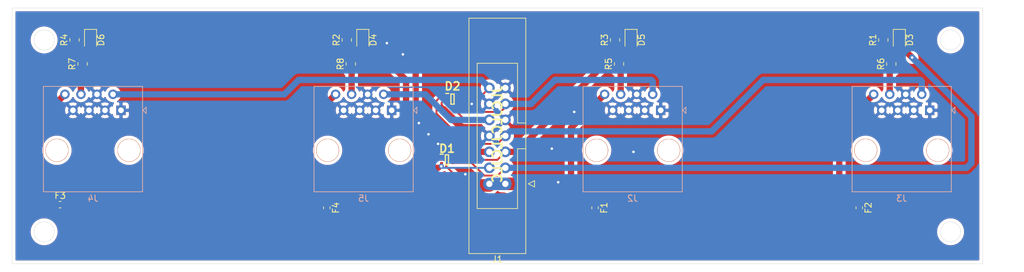
<source format=kicad_pcb>
(kicad_pcb (version 20211014) (generator pcbnew)
  (layers (0 "F.Cu" signal) (31 "B.Cu" signal) (34 "B.Paste" user) (35 "F.Paste" user) (36 "B.SilkS" user "B.Silkscreen") (37 "F.SilkS" user "F.Silkscreen") (38 "B.Mask" user) (39 "F.Mask" user) (44 "Edge.Cuts" user))
  (net 0 "")
  (net 1 "LED1")
  (net 2 "GND")
  (net 3 "LED3")
  (net 4 "LED2")
  (net 5 "LED4")
  (net 6 "SENSOR4")
  (net 7 "SENSOR2")
  (net 8 "SENSOR3")
  (net 9 "SENSOR1")
  (net 10 "Net-(D3-Pad1)")
  (net 11 "Net-(D4-Pad1)")
  (net 12 "Net-(D5-Pad1)")
  (net 13 "Net-(D6-Pad1)")
  (net 14 "Net-(F1-Pad1)")
  (net 15 "+5V")
  (net 16 "Net-(F2-Pad1)")
  (net 17 "Net-(F3-Pad1)")
  (net 18 "Net-(F4-Pad1)")
  (net 19 "Net-(J2-Pad6)")
  (net 20 "Net-(J3-Pad6)")
  (net 21 "Net-(J4-Pad6)")
  (net 22 "Net-(J5-Pad6)")
  (net 23 "Net-(D2-Pad5)")
  (footprint "LED_SMD:LED_0805_2012Metric" (layer "F.Cu") (at 201.93 113.03 -90)
    (fp_text reference "D3" (at 0 -1.65 90) (layer "F.SilkS"))
    (fp_text value "LED")
    (fp_line (start -1.685 -0.96) (end -1.685 0.96) (layer "F.SilkS") (width 0.12))
    (fp_line (start -1.685 0.96) (end 1 0.96) (layer "F.SilkS") (width 0.12))
    (fp_line (start 1 -0.96) (end -1.685 -0.96) (layer "F.SilkS") (width 0.12))
    (pad "1" smd roundrect locked (at -0.9375 0 270) (size 0.975 1.4) (layers "F.Cu" "F.Paste" "F.Mask") (net 10 "Net-(D3-Pad1)"))
    (pad "2" smd roundrect locked (at 0.9375 0 270) (size 0.975 1.4) (layers "F.Cu" "F.Paste" "F.Mask") (net 1 "LED1"))
  )
  (footprint "LED_SMD:LED_0805_2012Metric" (layer "F.Cu") (at 116.84 113.03 -90)
    (fp_text reference "D4" (at 0 -1.65 90) (layer "F.SilkS"))
    (fp_text value "LED")
    (fp_line (start -1.685 -0.96) (end -1.685 0.96) (layer "F.SilkS") (width 0.12))
    (fp_line (start 1 -0.96) (end -1.685 -0.96) (layer "F.SilkS") (width 0.12))
    (fp_line (start -1.685 0.96) (end 1 0.96) (layer "F.SilkS") (width 0.12))
    (pad "1" smd roundrect locked (at -0.9375 0 270) (size 0.975 1.4) (layers "F.Cu" "F.Paste" "F.Mask") (net 11 "Net-(D4-Pad1)"))
    (pad "2" smd roundrect locked (at 0.9375 0 270) (size 0.975 1.4) (layers "F.Cu" "F.Paste" "F.Mask") (net 3 "LED3"))
  )
  (footprint "LED_SMD:LED_0805_2012Metric" (layer "F.Cu") (at 159.385 113.03 -90)
    (fp_text reference "D5" (at 0 -1.65 90) (layer "F.SilkS"))
    (fp_text value "LED")
    (fp_line (start -1.685 0.96) (end 1 0.96) (layer "F.SilkS") (width 0.12))
    (fp_line (start -1.685 -0.96) (end -1.685 0.96) (layer "F.SilkS") (width 0.12))
    (fp_line (start 1 -0.96) (end -1.685 -0.96) (layer "F.SilkS") (width 0.12))
    (pad "1" smd roundrect locked (at -0.9375 0 270) (size 0.975 1.4) (layers "F.Cu" "F.Paste" "F.Mask") (net 12 "Net-(D5-Pad1)"))
    (pad "2" smd roundrect locked (at 0.9375 0 270) (size 0.975 1.4) (layers "F.Cu" "F.Paste" "F.Mask") (net 4 "LED2"))
  )
  (footprint "LED_SMD:LED_0805_2012Metric" (layer "F.Cu") (at 73.66 113.03 -90)
    (fp_text reference "D6" (at 0 -1.65 90) (layer "F.SilkS"))
    (fp_text value "LED")
    (fp_line (start -1.685 0.96) (end 1 0.96) (layer "F.SilkS") (width 0.12))
    (fp_line (start -1.685 -0.96) (end -1.685 0.96) (layer "F.SilkS") (width 0.12))
    (fp_line (start 1 -0.96) (end -1.685 -0.96) (layer "F.SilkS") (width 0.12))
    (pad "1" smd roundrect locked (at -0.9375 0 270) (size 0.975 1.4) (layers "F.Cu" "F.Paste" "F.Mask") (net 13 "Net-(D6-Pad1)"))
    (pad "2" smd roundrect locked (at 0.9375 0 270) (size 0.975 1.4) (layers "F.Cu" "F.Paste" "F.Mask") (net 5 "LED4"))
  )
  (footprint "Fuse:Fuse_0603_1608Metric_Pad1.05x0.95mm_HandSolder" (layer "F.Cu") (at 153.67 139.7 -90)
    (fp_text reference "F1" (at 0 -1.43 90) (layer "F.SilkS"))
    (fp_text value "120mA")
    (fp_line (start -0.171267 -0.51) (end 0.171267 -0.51) (layer "F.SilkS") (width 0.12))
    (fp_line (start -0.171267 0.51) (end 0.171267 0.51) (layer "F.SilkS") (width 0.12))
    (pad "1" smd roundrect locked (at -0.875 0 270) (size 1.05 0.95) (layers "F.Cu" "F.Paste" "F.Mask") (net 14 "Net-(F1-Pad1)"))
    (pad "2" smd roundrect locked (at 0.875 0 270) (size 1.05 0.95) (layers "F.Cu" "F.Paste" "F.Mask") (net 15 "+5V"))
  )
  (footprint "Fuse:Fuse_0603_1608Metric_Pad1.05x0.95mm_HandSolder" (layer "F.Cu") (at 195.58 139.7 -90)
    (fp_text reference "F2" (at 0 -1.43 90) (layer "F.SilkS"))
    (fp_text value "120mA")
    (fp_line (start -0.171267 -0.51) (end 0.171267 -0.51) (layer "F.SilkS") (width 0.12))
    (fp_line (start -0.171267 0.51) (end 0.171267 0.51) (layer "F.SilkS") (width 0.12))
    (pad "1" smd roundrect locked (at -0.875 0 270) (size 1.05 0.95) (layers "F.Cu" "F.Paste" "F.Mask") (net 16 "Net-(F2-Pad1)"))
    (pad "2" smd roundrect locked (at 0.875 0 270) (size 1.05 0.95) (layers "F.Cu" "F.Paste" "F.Mask") (net 15 "+5V"))
  )
  (footprint "Fuse:Fuse_0603_1608Metric_Pad1.05x0.95mm_HandSolder" (layer "F.Cu") (at 68.834 139.192)
    (fp_text reference "F3" (at 0 -1.43) (layer "F.SilkS"))
    (fp_text value "120mA")
    (fp_line (start -0.171267 -0.51) (end 0.171267 -0.51) (layer "F.SilkS") (width 0.12))
    (fp_line (start -0.171267 0.51) (end 0.171267 0.51) (layer "F.SilkS") (width 0.12))
    (pad "1" smd roundrect locked (at -0.875 0) (size 1.05 0.95) (layers "F.Cu" "F.Paste" "F.Mask") (net 17 "Net-(F3-Pad1)"))
    (pad "2" smd roundrect locked (at 0.875 0) (size 1.05 0.95) (layers "F.Cu" "F.Paste" "F.Mask") (net 15 "+5V"))
  )
  (footprint "Fuse:Fuse_0603_1608Metric_Pad1.05x0.95mm_HandSolder" (layer "F.Cu") (at 111.125 139.7 -90)
    (fp_text reference "F4" (at 0 -1.43 90) (layer "F.SilkS"))
    (fp_text value "120mA")
    (fp_line (start -0.171267 -0.51) (end 0.171267 -0.51) (layer "F.SilkS") (width 0.12))
    (fp_line (start -0.171267 0.51) (end 0.171267 0.51) (layer "F.SilkS") (width 0.12))
    (pad "1" smd roundrect locked (at -0.875 0 270) (size 1.05 0.95) (layers "F.Cu" "F.Paste" "F.Mask") (net 18 "Net-(F4-Pad1)"))
    (pad "2" smd roundrect locked (at 0.875 0 270) (size 1.05 0.95) (layers "F.Cu" "F.Paste" "F.Mask") (net 15 "+5V"))
  )
  (footprint "Connector_IDC:IDC-Header_2x07_P2.54mm_Latch_Vertical" (layer "F.Cu") (at 139.446 135.89 180)
    (fp_text reference "J1" (at 1.27 -11.97) (layer "F.SilkS"))
    (fp_text value "Conn_02x07_Odd_Even")
    (fp_line (start 4.47 19.16) (end -1.93 19.16) (layer "F.SilkS") (width 0.12))
    (fp_line (start -1.93 19.16) (end -1.93 9.67) (layer "F.SilkS") (width 0.12))
    (fp_line (start -3.24 5.57) (end -1.93 5.57) (layer "F.SilkS") (width 0.12))
    (fp_line (start -1.93 5.57) (end -1.93 -3.92) (layer "F.SilkS") (width 0.12))
    (fp_line (start 5.78 -11.08) (end 5.78 26.32) (layer "F.SilkS") (width 0.12))
    (fp_line (start -3.63 0) (end -4.63 -0.5) (layer "F.SilkS") (width 0.12))
    (fp_line (start -1.93 -3.92) (end 4.47 -3.92) (layer "F.SilkS") (width 0.12))
    (fp_line (start -1.93 9.67) (end -3.24 9.67) (layer "F.SilkS") (width 0.12))
    (fp_line (start -1.93 9.67) (end -1.93 9.67) (layer "F.SilkS") (width 0.12))
    (fp_line (start 5.78 26.32) (end -3.24 26.32) (layer "F.SilkS") (width 0.12))
    (fp_line (start -3.24 -11.08) (end 5.78 -11.08) (layer "F.SilkS") (width 0.12))
    (fp_line (start 4.47 -3.92) (end 4.47 19.16) (layer "F.SilkS") (width 0.12))
    (fp_line (start -4.63 -0.5) (end -4.63 0.5) (layer "F.SilkS") (width 0.12))
    (fp_line (start -3.24 26.32) (end -3.24 -11.08) (layer "F.SilkS") (width 0.12))
    (fp_line (start -4.63 0.5) (end -3.63 0) (layer "F.SilkS") (width 0.12))
    (pad "1" thru_hole roundrect locked (at 0 0 180) (size 1.7 1.7) (drill 1) (layers *.Cu *.Mask) (roundrect_rratio 0.147059) (net 15 "+5V"))
    (pad "2" thru_hole circle locked (at 2.54 0 180) (size 1.7 1.7) (drill 1) (layers *.Cu *.Mask) (net 15 "+5V"))
    (pad "3" thru_hole circle locked (at 0 2.54 180) (size 1.7 1.7) (drill 1) (layers *.Cu *.Mask) (net 1 "LED1"))
    (pad "4" thru_hole circle locked (at 2.54 2.54 180) (size 1.7 1.7) (drill 1) (layers *.Cu *.Mask) (net 3 "LED3"))
    (pad "5" thru_hole circle locked (at 0 5.08 180) (size 1.7 1.7) (drill 1) (layers *.Cu *.Mask) (net 4 "LED2"))
    (pad "6" thru_hole circle locked (at 2.54 5.08 180) (size 1.7 1.7) (drill 1) (layers *.Cu *.Mask) (net 5 "LED4"))
    (pad "7" thru_hole circle locked (at 0 7.62 180) (size 1.7 1.7) (drill 1) (layers *.Cu *.Mask) (net 9 "SENSOR1"))
    (pad "8" thru_hole circle locked (at 2.54 7.62 180) (size 1.7 1.7) (drill 1) (layers *.Cu *.Mask) (net 2 "GND"))
    (pad "9" thru_hole circle locked (at 0 10.16 180) (size 1.7 1.7) (drill 1) (layers *.Cu *.Mask) (net 2 "GND"))
    (pad "10" thru_hole circle locked (at 2.54 10.16 180) (size 1.7 1.7) (drill 1) (layers *.Cu *.Mask) (net 8 "SENSOR3"))
    (pad "11" thru_hole circle locked (at 0 12.7 180) (size 1.7 1.7) (drill 1) (layers *.Cu *.Mask) (net 7 "SENSOR2"))
    (pad "12" thru_hole circle locked (at 2.54 12.7 180) (size 1.7 1.7) (drill 1) (layers *.Cu *.Mask) (net 2 "GND"))
    (pad "13" thru_hole circle locked (at 0 15.24 180) (size 1.7 1.7) (drill 1) (layers *.Cu *.Mask) (net 2 "GND"))
    (pad "14" thru_hole circle locked (at 2.54 15.24 180) (size 1.7 1.7) (drill 1) (layers *.Cu *.Mask) (net 6 "SENSOR4"))
  )
  (footprint "Resistor_SMD:R_0805_2012Metric" (layer "F.Cu") (at 199.39 113.03 90)
    (fp_text reference "R1" (at 0 -1.65 90) (layer "F.SilkS"))
    (fp_text value "510")
    (fp_line (start -0.227064 -0.735) (end 0.227064 -0.735) (layer "F.SilkS") (width 0.12))
    (fp_line (start -0.227064 0.735) (end 0.227064 0.735) (layer "F.SilkS") (width 0.12))
    (pad "1" smd roundrect locked (at -0.9125 0 90) (size 1.025 1.4) (layers "F.Cu" "F.Paste" "F.Mask") (roundrect_rratio 0.243902) (net 2 "GND"))
    (pad "2" smd roundrect locked (at 0.9125 0 90) (size 1.025 1.4) (layers "F.Cu" "F.Paste" "F.Mask") (roundrect_rratio 0.243902) (net 10 "Net-(D3-Pad1)"))
  )
  (footprint "Resistor_SMD:R_0805_2012Metric" (layer "F.Cu") (at 114.3 113.03 90)
    (fp_text reference "R2" (at 0 -1.65 90) (layer "F.SilkS"))
    (fp_text value "510")
    (fp_line (start -0.227064 0.735) (end 0.227064 0.735) (layer "F.SilkS") (width 0.12))
    (fp_line (start -0.227064 -0.735) (end 0.227064 -0.735) (layer "F.SilkS") (width 0.12))
    (pad "1" smd roundrect locked (at -0.9125 0 90) (size 1.025 1.4) (layers "F.Cu" "F.Paste" "F.Mask") (roundrect_rratio 0.243902) (net 2 "GND"))
    (pad "2" smd roundrect locked (at 0.9125 0 90) (size 1.025 1.4) (layers "F.Cu" "F.Paste" "F.Mask") (roundrect_rratio 0.243902) (net 11 "Net-(D4-Pad1)"))
  )
  (footprint "Resistor_SMD:R_0805_2012Metric" (layer "F.Cu") (at 156.845 113.03 90)
    (fp_text reference "R3" (at 0 -1.65 90) (layer "F.SilkS"))
    (fp_text value "510")
    (fp_line (start -0.227064 0.735) (end 0.227064 0.735) (layer "F.SilkS") (width 0.12))
    (fp_line (start -0.227064 -0.735) (end 0.227064 -0.735) (layer "F.SilkS") (width 0.12))
    (pad "1" smd roundrect locked (at -0.9125 0 90) (size 1.025 1.4) (layers "F.Cu" "F.Paste" "F.Mask") (roundrect_rratio 0.243902) (net 2 "GND"))
    (pad "2" smd roundrect locked (at 0.9125 0 90) (size 1.025 1.4) (layers "F.Cu" "F.Paste" "F.Mask") (roundrect_rratio 0.243902) (net 12 "Net-(D5-Pad1)"))
  )
  (footprint "Resistor_SMD:R_0805_2012Metric" (layer "F.Cu") (at 71.12 113.03 90)
    (fp_text reference "R4" (at 0 -1.65 90) (layer "F.SilkS"))
    (fp_text value "510")
    (fp_line (start -0.227064 0.735) (end 0.227064 0.735) (layer "F.SilkS") (width 0.12))
    (fp_line (start -0.227064 -0.735) (end 0.227064 -0.735) (layer "F.SilkS") (width 0.12))
    (pad "1" smd roundrect locked (at -0.9125 0 90) (size 1.025 1.4) (layers "F.Cu" "F.Paste" "F.Mask") (roundrect_rratio 0.243902) (net 2 "GND"))
    (pad "2" smd roundrect locked (at 0.9125 0 90) (size 1.025 1.4) (layers "F.Cu" "F.Paste" "F.Mask") (roundrect_rratio 0.243902) (net 13 "Net-(D6-Pad1)"))
  )
  (footprint "Resistor_SMD:R_0805_2012Metric" (layer "F.Cu") (at 157.48 116.84 90)
    (fp_text reference "R5" (at 0 -1.65 90) (layer "F.SilkS"))
    (fp_text value "510")
    (fp_line (start -0.227064 -0.735) (end 0.227064 -0.735) (layer "F.SilkS") (width 0.12))
    (fp_line (start -0.227064 0.735) (end 0.227064 0.735) (layer "F.SilkS") (width 0.12))
    (pad "1" smd roundrect locked (at -0.9125 0 90) (size 1.025 1.4) (layers "F.Cu" "F.Paste" "F.Mask") (roundrect_rratio 0.243902) (net 19 "Net-(J2-Pad6)"))
    (pad "2" smd roundrect locked (at 0.9125 0 90) (size 1.025 1.4) (layers "F.Cu" "F.Paste" "F.Mask") (roundrect_rratio 0.243902) (net 4 "LED2"))
  )
  (footprint "Resistor_SMD:R_0805_2012Metric" (layer "F.Cu") (at 200.66 116.84 90)
    (fp_text reference "R6" (at 0 -1.65 90) (layer "F.SilkS"))
    (fp_text value "510")
    (fp_line (start -0.227064 -0.735) (end 0.227064 -0.735) (layer "F.SilkS") (width 0.12))
    (fp_line (start -0.227064 0.735) (end 0.227064 0.735) (layer "F.SilkS") (width 0.12))
    (pad "1" smd roundrect locked (at -0.9125 0 90) (size 1.025 1.4) (layers "F.Cu" "F.Paste" "F.Mask") (roundrect_rratio 0.243902) (net 20 "Net-(J3-Pad6)"))
    (pad "2" smd roundrect locked (at 0.9125 0 90) (size 1.025 1.4) (layers "F.Cu" "F.Paste" "F.Mask") (roundrect_rratio 0.243902) (net 1 "LED1"))
  )
  (footprint "Resistor_SMD:R_0805_2012Metric" (layer "F.Cu") (at 72.39 116.84 90)
    (fp_text reference "R7" (at 0 -1.65 90) (layer "F.SilkS"))
    (fp_text value "510")
    (fp_line (start -0.227064 -0.735) (end 0.227064 -0.735) (layer "F.SilkS") (width 0.12))
    (fp_line (start -0.227064 0.735) (end 0.227064 0.735) (layer "F.SilkS") (width 0.12))
    (pad "1" smd roundrect locked (at -0.9125 0 90) (size 1.025 1.4) (layers "F.Cu" "F.Paste" "F.Mask") (roundrect_rratio 0.243902) (net 21 "Net-(J4-Pad6)"))
    (pad "2" smd roundrect locked (at 0.9125 0 90) (size 1.025 1.4) (layers "F.Cu" "F.Paste" "F.Mask") (roundrect_rratio 0.243902) (net 5 "LED4"))
  )
  (footprint "Resistor_SMD:R_0805_2012Metric" (layer "F.Cu") (at 114.935 116.84 90)
    (fp_text reference "R8" (at 0 -1.65 90) (layer "F.SilkS"))
    (fp_text value "510")
    (fp_line (start -0.227064 -0.735) (end 0.227064 -0.735) (layer "F.SilkS") (width 0.12))
    (fp_line (start -0.227064 0.735) (end 0.227064 0.735) (layer "F.SilkS") (width 0.12))
    (pad "1" smd roundrect locked (at -0.9125 0 90) (size 1.025 1.4) (layers "F.Cu" "F.Paste" "F.Mask") (roundrect_rratio 0.243902) (net 22 "Net-(J5-Pad6)"))
    (pad "2" smd roundrect locked (at 0.9125 0 90) (size 1.025 1.4) (layers "F.Cu" "F.Paste" "F.Mask") (roundrect_rratio 0.243902) (net 3 "LED3"))
  )
  (footprint "SOTFL50P160X60-6N" (layer "F.Cu") (at 130.175 132.08)
    (fp_text reference "D1" (at 0.019999 -1.787001) (layer "F.SilkS") (effects (font (size 1.27 1.27) (thickness 0.254))))
    (fp_text value "PESD5V0L5UV,115" hide)
    (fp_line (start -0.25 0.8) (end -0.25 -0.8) (layer "F.SilkS") (width 0.2))
    (fp_line (start 0.25 0.8) (end -0.25 0.8) (layer "F.SilkS") (width 0.2))
    (fp_line (start -0.25 -0.8) (end 0.25 -0.8) (layer "F.SilkS") (width 0.2))
    (fp_line (start -1.075 -0.9) (end -0.6 -0.9) (layer "F.SilkS") (width 0.2))
    (fp_line (start 0.25 -0.8) (end 0.25 0.8) (layer "F.SilkS") (width 0.2))
    (pad "1" smd rect locked (at -0.838 -0.5 90) (size 0.3 0.475) (layers "F.Cu" "F.Paste" "F.Mask") (net 5 "LED4"))
    (pad "2" smd rect locked (at -0.838 0 90) (size 0.3 0.475) (layers "F.Cu" "F.Paste" "F.Mask") (net 2 "GND"))
    (pad "3" smd rect locked (at -0.838 0.5 90) (size 0.3 0.475) (layers "F.Cu" "F.Paste" "F.Mask") (net 3 "LED3"))
    (pad "4" smd rect locked (at 0.838 0.5 90) (size 0.3 0.475) (layers "F.Cu" "F.Paste" "F.Mask") (net 1 "LED1"))
    (pad "5" smd rect locked (at 0.838 0 90) (size 0.3 0.475) (layers "F.Cu" "F.Paste" "F.Mask") (net 4 "LED2"))
    (pad "6" smd rect locked (at 0.838 -0.5 90) (size 0.3 0.475) (layers "F.Cu" "F.Paste" "F.Mask") (net 15 "+5V"))
  )
  (footprint "SOTFL50P160X60-6N" (layer "F.Cu") (at 131.064 122.428)
    (fp_text reference "D2" (at 0 -2.041001) (layer "F.SilkS") (effects (font (size 1.27 1.27) (thickness 0.254))))
    (fp_text value "PESD5V0L5UV,115" hide)
    (fp_line (start -0.25 -0.8) (end 0.25 -0.8) (layer "F.SilkS") (width 0.2))
    (fp_line (start -1.075 -0.9) (end -0.6 -0.9) (layer "F.SilkS") (width 0.2))
    (fp_line (start 0.25 -0.8) (end 0.25 0.8) (layer "F.SilkS") (width 0.2))
    (fp_line (start 0.25 0.8) (end -0.25 0.8) (layer "F.SilkS") (width 0.2))
    (fp_line (start -0.25 0.8) (end -0.25 -0.8) (layer "F.SilkS") (width 0.2))
    (pad "1" smd rect locked (at -0.838 -0.5 90) (size 0.3 0.475) (layers "F.Cu" "F.Paste" "F.Mask") (net 9 "SENSOR1"))
    (pad "2" smd rect locked (at -0.838 0 90) (size 0.3 0.475) (layers "F.Cu" "F.Paste" "F.Mask") (net 2 "GND"))
    (pad "3" smd rect locked (at -0.838 0.5 90) (size 0.3 0.475) (layers "F.Cu" "F.Paste" "F.Mask") (net 8 "SENSOR3"))
    (pad "4" smd rect locked (at 0.838 0.5 90) (size 0.3 0.475) (layers "F.Cu" "F.Paste" "F.Mask") (net 7 "SENSOR2"))
    (pad "5" smd rect locked (at 0.838 0 90) (size 0.3 0.475) (layers "F.Cu" "F.Paste" "F.Mask") (net 23 "Net-(D2-Pad5)"))
    (pad "6" smd rect locked (at 0.838 -0.5 90) (size 0.3 0.475) (layers "F.Cu" "F.Paste" "F.Mask") (net 6 "SENSOR4"))
  )
  (footprint "Connector_RJ:RJ45_OST_PJ012-8P8CX_Vertical" (layer "B.Cu") (at 164.084 124.206 180)
    (fp_text reference "J2" (at 4.45 -14) (layer "B.SilkS") (effects (justify mirror)))
    (fp_text value "RJ45")
    (fp_line (start 12.31 -12.95) (end -3.42 -12.95) (layer "B.SilkS") (width 0.12))
    (fp_line (start -3.5 0) (end -4 0.5) (layer "B.SilkS") (width 0.12))
    (fp_line (start 12.31 3.79) (end 12.31 -12.95) (layer "B.SilkS") (width 0.12))
    (fp_line (start -4 -0.5) (end -3.5 0) (layer "B.SilkS") (width 0.12))
    (fp_line (start -3.42 3.79) (end -3.42 -12.95) (layer "B.SilkS") (width 0.12))
    (fp_line (start 12.3 3.79) (end -3.42 3.79) (layer "B.SilkS") (width 0.12))
    (fp_line (start -4 0.5) (end -4 -0.5) (layer "B.SilkS") (width 0.12))
    (pad "" np_thru_hole circle locked (at -1.27 -6.35 180) (size 3.65 3.65) (drill 3.45) (layers *.Cu *.SilkS *.Mask))
    (pad "" np_thru_hole circle locked (at 10.16 -6.35 180) (size 3.65 3.65) (drill 3.45) (layers *.Cu *.SilkS *.Mask))
    (pad "1" thru_hole rect locked (at 0 0 180) (size 1.5 1.5) (drill 0.9) (layers *.Cu *.Mask) (net 2 "GND"))
    (pad "2" thru_hole circle locked (at 1.27 2.54 180) (size 1.5 1.5) (drill 0.9) (layers *.Cu *.Mask) (net 7 "SENSOR2"))
    (pad "3" thru_hole circle locked (at 2.54 0 180) (size 1.5 1.5) (drill 0.9) (layers *.Cu *.Mask) (net 2 "GND"))
    (pad "4" thru_hole circle locked (at 3.81 2.54 180) (size 1.5 1.5) (drill 0.9) (layers *.Cu *.Mask) (net 2 "GND"))
    (pad "5" thru_hole circle locked (at 5.08 0 180) (size 1.5 1.5) (drill 0.9) (layers *.Cu *.Mask) (net 2 "GND"))
    (pad "6" thru_hole circle locked (at 6.35 2.54 180) (size 1.5 1.5) (drill 0.9) (layers *.Cu *.Mask) (net 19 "Net-(J2-Pad6)"))
    (pad "7" thru_hole circle locked (at 7.62 0 180) (size 1.5 1.5) (drill 0.9) (layers *.Cu *.Mask) (net 2 "GND"))
    (pad "8" thru_hole circle locked (at 8.89 2.54 180) (size 1.5 1.5) (drill 0.9) (layers *.Cu *.Mask) (net 14 "Net-(F1-Pad1)"))
  )
  (footprint "Connector_RJ:RJ45_OST_PJ012-8P8CX_Vertical" (layer "B.Cu") (at 206.756 124.206 180)
    (fp_text reference "J3" (at 4.45 -14) (layer "B.SilkS") (effects (justify mirror)))
    (fp_text value "RJ45")
    (fp_line (start -4 0.5) (end -4 -0.5) (layer "B.SilkS") (width 0.12))
    (fp_line (start -3.5 0) (end -4 0.5) (layer "B.SilkS") (width 0.12))
    (fp_line (start 12.3 3.79) (end -3.42 3.79) (layer "B.SilkS") (width 0.12))
    (fp_line (start 12.31 3.79) (end 12.31 -12.95) (layer "B.SilkS") (width 0.12))
    (fp_line (start -4 -0.5) (end -3.5 0) (layer "B.SilkS") (width 0.12))
    (fp_line (start -3.42 3.79) (end -3.42 -12.95) (layer "B.SilkS") (width 0.12))
    (fp_line (start 12.31 -12.95) (end -3.42 -12.95) (layer "B.SilkS") (width 0.12))
    (pad "" np_thru_hole circle locked (at -1.27 -6.35 180) (size 3.65 3.65) (drill 3.45) (layers *.Cu *.SilkS *.Mask))
    (pad "" np_thru_hole circle locked (at 10.16 -6.35 180) (size 3.65 3.65) (drill 3.45) (layers *.Cu *.SilkS *.Mask))
    (pad "1" thru_hole rect locked (at 0 0 180) (size 1.5 1.5) (drill 0.9) (layers *.Cu *.Mask) (net 2 "GND"))
    (pad "2" thru_hole circle locked (at 1.27 2.54 180) (size 1.5 1.5) (drill 0.9) (layers *.Cu *.Mask) (net 9 "SENSOR1"))
    (pad "3" thru_hole circle locked (at 2.54 0 180) (size 1.5 1.5) (drill 0.9) (layers *.Cu *.Mask) (net 2 "GND"))
    (pad "4" thru_hole circle locked (at 3.81 2.54 180) (size 1.5 1.5) (drill 0.9) (layers *.Cu *.Mask) (net 2 "GND"))
    (pad "5" thru_hole circle locked (at 5.08 0 180) (size 1.5 1.5) (drill 0.9) (layers *.Cu *.Mask) (net 2 "GND"))
    (pad "6" thru_hole circle locked (at 6.35 2.54 180) (size 1.5 1.5) (drill 0.9) (layers *.Cu *.Mask) (net 20 "Net-(J3-Pad6)"))
    (pad "7" thru_hole circle locked (at 7.62 0 180) (size 1.5 1.5) (drill 0.9) (layers *.Cu *.Mask) (net 2 "GND"))
    (pad "8" thru_hole circle locked (at 8.89 2.54 180) (size 1.5 1.5) (drill 0.9) (layers *.Cu *.Mask) (net 16 "Net-(F2-Pad1)"))
  )
  (footprint "Connector_RJ:RJ45_OST_PJ012-8P8CX_Vertical" (layer "B.Cu") (at 78.486 124.206 180)
    (fp_text reference "J4" (at 4.45 -14) (layer "B.SilkS") (effects (justify mirror)))
    (fp_text value "RJ45")
    (fp_line (start 12.3 3.79) (end -3.42 3.79) (layer "B.SilkS") (width 0.12))
    (fp_line (start 12.31 3.79) (end 12.31 -12.95) (layer "B.SilkS") (width 0.12))
    (fp_line (start 12.31 -12.95) (end -3.42 -12.95) (layer "B.SilkS") (width 0.12))
    (fp_line (start -3.5 0) (end -4 0.5) (layer "B.SilkS") (width 0.12))
    (fp_line (start -4 -0.5) (end -3.5 0) (layer "B.SilkS") (width 0.12))
    (fp_line (start -3.42 3.79) (end -3.42 -12.95) (layer "B.SilkS") (width 0.12))
    (fp_line (start -4 0.5) (end -4 -0.5) (layer "B.SilkS") (width 0.12))
    (pad "" np_thru_hole circle locked (at 10.16 -6.35 180) (size 3.65 3.65) (drill 3.45) (layers *.Cu *.SilkS *.Mask))
    (pad "" np_thru_hole circle locked (at -1.27 -6.35 180) (size 3.65 3.65) (drill 3.45) (layers *.Cu *.SilkS *.Mask))
    (pad "1" thru_hole rect locked (at 0 0 180) (size 1.5 1.5) (drill 0.9) (layers *.Cu *.Mask) (net 2 "GND"))
    (pad "2" thru_hole circle locked (at 1.27 2.54 180) (size 1.5 1.5) (drill 0.9) (layers *.Cu *.Mask) (net 6 "SENSOR4"))
    (pad "3" thru_hole circle locked (at 2.54 0 180) (size 1.5 1.5) (drill 0.9) (layers *.Cu *.Mask) (net 2 "GND"))
    (pad "4" thru_hole circle locked (at 3.81 2.54 180) (size 1.5 1.5) (drill 0.9) (layers *.Cu *.Mask) (net 2 "GND"))
    (pad "5" thru_hole circle locked (at 5.08 0 180) (size 1.5 1.5) (drill 0.9) (layers *.Cu *.Mask) (net 2 "GND"))
    (pad "6" thru_hole circle locked (at 6.35 2.54 180) (size 1.5 1.5) (drill 0.9) (layers *.Cu *.Mask) (net 21 "Net-(J4-Pad6)"))
    (pad "7" thru_hole circle locked (at 7.62 0 180) (size 1.5 1.5) (drill 0.9) (layers *.Cu *.Mask) (net 2 "GND"))
    (pad "8" thru_hole circle locked (at 8.89 2.54 180) (size 1.5 1.5) (drill 0.9) (layers *.Cu *.Mask) (net 17 "Net-(F3-Pad1)"))
  )
  (footprint "Connector_RJ:RJ45_OST_PJ012-8P8CX_Vertical" (layer "B.Cu") (at 121.412 124.206 180)
    (fp_text reference "J5" (at 4.45 -14) (layer "B.SilkS") (effects (justify mirror)))
    (fp_text value "RJ45")
    (fp_line (start 12.31 -12.95) (end -3.42 -12.95) (layer "B.SilkS") (width 0.12))
    (fp_line (start 12.31 3.79) (end 12.31 -12.95) (layer "B.SilkS") (width 0.12))
    (fp_line (start -3.42 3.79) (end -3.42 -12.95) (layer "B.SilkS") (width 0.12))
    (fp_line (start 12.3 3.79) (end -3.42 3.79) (layer "B.SilkS") (width 0.12))
    (fp_line (start -4 0.5) (end -4 -0.5) (layer "B.SilkS") (width 0.12))
    (fp_line (start -4 -0.5) (end -3.5 0) (layer "B.SilkS") (width 0.12))
    (fp_line (start -3.5 0) (end -4 0.5) (layer "B.SilkS") (width 0.12))
    (pad "" np_thru_hole circle locked (at 10.16 -6.35 180) (size 3.65 3.65) (drill 3.45) (layers *.Cu *.SilkS *.Mask))
    (pad "" np_thru_hole circle locked (at -1.27 -6.35 180) (size 3.65 3.65) (drill 3.45) (layers *.Cu *.SilkS *.Mask))
    (pad "1" thru_hole rect locked (at 0 0 180) (size 1.5 1.5) (drill 0.9) (layers *.Cu *.Mask) (net 2 "GND"))
    (pad "2" thru_hole circle locked (at 1.27 2.54 180) (size 1.5 1.5) (drill 0.9) (layers *.Cu *.Mask) (net 8 "SENSOR3"))
    (pad "3" thru_hole circle locked (at 2.54 0 180) (size 1.5 1.5) (drill 0.9) (layers *.Cu *.Mask) (net 2 "GND"))
    (pad "4" thru_hole circle locked (at 3.81 2.54 180) (size 1.5 1.5) (drill 0.9) (layers *.Cu *.Mask) (net 2 "GND"))
    (pad "5" thru_hole circle locked (at 5.08 0 180) (size 1.5 1.5) (drill 0.9) (layers *.Cu *.Mask) (net 2 "GND"))
    (pad "6" thru_hole circle locked (at 6.35 2.54 180) (size 1.5 1.5) (drill 0.9) (layers *.Cu *.Mask) (net 22 "Net-(J5-Pad6)"))
    (pad "7" thru_hole circle locked (at 7.62 0 180) (size 1.5 1.5) (drill 0.9) (layers *.Cu *.Mask) (net 2 "GND"))
    (pad "8" thru_hole circle locked (at 8.89 2.54 180) (size 1.5 1.5) (drill 0.9) (layers *.Cu *.Mask) (net 18 "Net-(F4-Pad1)"))
  )
  (gr_line (start 146.05 107.95) (end 61.214 107.95) (layer "Edge.Cuts") (width 0.05))
  (gr_line (start 146.05 148.59) (end 215.138 148.59) (layer "Edge.Cuts") (width 0.05))
  (gr_line (start 146.05 148.59) (end 61.214 148.59) (layer "Edge.Cuts") (width 0.05))
  (gr_line (start 215.138 107.95) (end 215.138 148.59) (layer "Edge.Cuts") (width 0.05))
  (gr_circle (center 66.294 113.03) (end 67.894 113.03) (layer "Edge.Cuts") (width 0.05) (fill none))
  (gr_circle (center 66.294 143.51) (end 67.894 143.51) (layer "Edge.Cuts") (width 0.05) (fill none))
  (gr_line (start 61.214 107.95) (end 61.214 148.59) (layer "Edge.Cuts") (width 0.05))
  (gr_circle (center 210.058 113.03) (end 211.658 113.03) (layer "Edge.Cuts") (width 0.05) (fill none))
  (gr_line (start 146.05 107.95) (end 215.138 107.95) (layer "Edge.Cuts") (width 0.05))
  (gr_circle (center 210.058 143.51) (end 211.658 143.51) (layer "Edge.Cuts") (width 0.05) (fill none))
  (gr_text "JLCJLCJLCJLC" (at 138.176 128.016 90) (layer "F.SilkS") (effects (font (size 1.5 1.5) (thickness 0.3)) (justify mirror)))
  (segment (start 136.101533 134.577533) (end 138.218467 134.577533) (width 0.3) (layer "F.Cu") (net 1))
  (segment (start 139.446 133.35) (end 139.446 133.604) (width 0.4) (layer "F.Cu") (net 1))
  (segment (start 139.446 133.35) (end 139.446 132.969) (width 0.4) (layer "F.Cu") (net 1))
  (segment (start 201.93 115.57) (end 201.93 113.9675) (width 1) (layer "F.Cu") (net 1))
  (segment (start 203.962 115.824) (end 202.1055 113.9675) (width 1) (layer "F.Cu") (net 1))
  (segment (start 200.66 115.9275) (end 201.5725 115.9275) (width 1) (layer "F.Cu") (net 1))
  (segment (start 131.013 132.58) (end 134.104 132.58) (width 0.3) (layer "F.Cu") (net 1))
  (segment (start 134.104 132.58) (end 136.101533 134.577533) (width 0.3) (layer "F.Cu") (net 1))
  (segment (start 201.5725 115.9275) (end 201.93 115.57) (width 1) (layer "F.Cu") (net 1))
  (segment (start 138.218467 134.577533) (end 139.446 133.35) (width 0.3) (layer "F.Cu") (net 1))
  (segment (start 202.1055 113.9675) (end 201.93 113.9675) (width 1) (layer "F.Cu") (net 1))
  (via (at 203.962 115.824) (size 0.8) (drill 0.4) (layers "F.Cu" "B.Cu") (net 1))
  (segment (start 212.598 133.35) (end 213.36 132.588) (width 1) (layer "B.Cu") (net 1))
  (segment (start 213.36 132.588) (end 213.36 125.222) (width 1) (layer "B.Cu") (net 1))
  (segment (start 139.446 133.35) (end 212.598 133.35) (width 1) (layer "B.Cu") (net 1))
  (segment (start 213.36 125.222) (end 203.962 115.824) (width 1) (layer "B.Cu") (net 1))
  (segment (start 130.81 122.428) (end 131.064 122.174) (width 0.25) (layer "F.Cu") (net 2))
  (segment (start 129.337 132.08) (end 128.778 132.08) (width 0.25) (layer "F.Cu") (net 2))
  (segment (start 130.226 122.428) (end 130.81 122.428) (width 0.25) (layer "F.Cu") (net 2))
  (segment (start 128.524 131.826) (end 128.524 129.794) (width 0.25) (layer "F.Cu") (net 2))
  (segment (start 128.778 132.08) (end 128.524 131.826) (width 0.25) (layer "F.Cu") (net 2))
  (segment (start 131.064 122.174) (end 131.064 120.142) (width 0.25) (layer "F.Cu") (net 2))
  (via (at 159.766 130.81) (size 0.8) (drill 0.4) (layers "F.Cu" "B.Cu") (net 2))
  (via (at 134.112 123.19) (size 0.8) (drill 0.4) (layers "F.Cu" "B.Cu") (net 2))
  (via (at 146.812 130.302) (size 0.8) (drill 0.4) (layers "F.Cu" "B.Cu") (net 2))
  (via (at 127.254 128.016) (size 0.8) (drill 0.4) (layers "F.Cu" "B.Cu") (net 2))
  (via (at 125.73 126.238) (size 0.8) (drill 0.4) (layers "F.Cu" "B.Cu") (net 2))
  (via (at 147.828 135.636) (size 0.8) (drill 0.4) (layers "F.Cu" "B.Cu") (net 2))
  (via (at 133.096 134.366) (size 0.8) (drill 0.4) (layers "F.Cu" "B.Cu") (net 2))
  (via (at 150.368 124.46) (size 0.8) (drill 0.4) (layers "F.Cu" "B.Cu") (net 2))
  (via (at 128.778 129.54) (size 0.8) (drill 0.4) (layers "F.Cu" "B.Cu") (net 2))
  (via (at 123.19 115.316) (size 0.8) (drill 0.4) (layers "F.Cu" "B.Cu") (net 2))
  (via (at 120.65 113.538) (size 0.8) (drill 0.4) (layers "F.Cu" "B.Cu") (net 2))
  (segment (start 115.8475 115.9275) (end 116.84 114.935) (width 1) (layer "F.Cu") (net 3))
  (segment (start 129.032 133.35) (end 129.286 133.096) (width 0.3) (layer "F.Cu") (net 3))
  (segment (start 127.508 130.81) (end 127.508 133.096) (width 1) (layer "F.Cu") (net 3))
  (segment (start 114.935 115.9275) (end 115.8475 115.9275) (width 1) (layer "F.Cu") (net 3))
  (segment (start 129.286 133.096) (end 129.286 132.631) (width 0.3) (layer "F.Cu") (net 3))
  (segment (start 123.698 119.38) (end 123.698 127) (width 1) (layer "F.Cu") (net 3))
  (segment (start 123.698 127) (end 127.508 130.81) (width 1) (layer "F.Cu") (net 3))
  (segment (start 127.508 133.096) (end 127.762 133.35) (width 1) (layer "F.Cu") (net 3))
  (segment (start 127.762 133.35) (end 128.778 133.35) (width 1) (layer "F.Cu") (net 3))
  (segment (start 128.778 133.35) (end 129.032 133.35) (width 0.3) (layer "F.Cu") (net 3))
  (segment (start 120.2455 115.9275) (end 123.698 119.38) (width 1) (layer "F.Cu") (net 3))
  (segment (start 115.8475 115.9275) (end 120.2455 115.9275) (width 1) (layer "F.Cu") (net 3))
  (segment (start 116.84 114.935) (end 116.84 113.9675) (width 1) (layer "F.Cu") (net 3))
  (segment (start 129.286 132.631) (end 129.337 132.58) (width 0.3) (layer "F.Cu") (net 3))
  (via (at 129.286 133.096) (size 0.8) (drill 0.4) (layers "F.Cu" "B.Cu") (net 3))
  (segment (start 129.286 133.096) (end 129.54 133.35) (width 0.3) (layer "B.Cu") (net 3))
  (segment (start 129.54 133.35) (end 136.906 133.35) (width 0.3) (layer "B.Cu") (net 3))
  (segment (start 158.3925 115.9275) (end 159.385 114.935) (width 1) (layer "F.Cu") (net 4))
  (segment (start 159.385 114.935) (end 159.385 113.9675) (width 1) (layer "F.Cu") (net 4))
  (segment (start 139.446 130.81) (end 141.224 130.81) (width 1) (layer "F.Cu") (net 4))
  (segment (start 131.013 132.08) (end 138.176 132.08) (width 0.3) (layer "F.Cu") (net 4))
  (segment (start 157.48 115.9275) (end 158.3925 115.9275) (width 1) (layer "F.Cu") (net 4))
  (segment (start 138.176 132.08) (end 139.446 130.81) (width 0.3) (layer "F.Cu") (net 4))
  (segment (start 141.224 130.81) (end 156.1065 115.9275) (width 1) (layer "F.Cu") (net 4))
  (segment (start 156.1065 115.9275) (end 157.48 115.9275) (width 1) (layer "F.Cu") (net 4))
  (segment (start 125.222 114.808) (end 120.396 109.982) (width 1) (layer "F.Cu") (net 5))
  (segment (start 132.334 130.81) (end 125.222 123.698) (width 1) (layer "F.Cu") (net 5))
  (segment (start 80.772 109.982) (end 76.7865 113.9675) (width 1) (layer "F.Cu") (net 5))
  (segment (start 72.6675 115.9275) (end 73.66 114.935) (width 1) (layer "F.Cu") (net 5))
  (segment (start 129.337 131.267) (end 129.794 130.81) (width 0.3) (layer "F.Cu") (net 5))
  (segment (start 129.794 130.81) (end 136.906 130.81) (width 0.3) (layer "F.Cu") (net 5))
  (segment (start 76.7865 113.9675) (end 73.66 113.9675) (width 1) (layer "F.Cu") (net 5))
  (segment (start 73.66 114.935) (end 73.66 113.9675) (width 1) (layer "F.Cu") (net 5))
  (segment (start 120.396 109.982) (end 80.772 109.982) (width 1) (layer "F.Cu") (net 5))
  (segment (start 129.337 131.58) (end 129.337 131.267) (width 0.3) (layer "F.Cu") (net 5))
  (segment (start 72.39 115.9275) (end 72.6675 115.9275) (width 1) (layer "F.Cu") (net 5))
  (segment (start 136.906 130.81) (end 132.334 130.81) (width 1) (layer "F.Cu") (net 5))
  (segment (start 125.222 123.698) (end 125.222 114.808) (width 1) (layer "F.Cu") (net 5))
  (segment (start 135.628 121.928) (end 136.906 120.65) (width 0.3) (layer "F.Cu") (net 6))
  (segment (start 131.902 121.928) (end 135.628 121.928) (width 0.3) (layer "F.Cu") (net 6))
  (segment (start 106.68 119.38) (end 135.636 119.38) (width 1) (layer "B.Cu") (net 6))
  (segment (start 77.216 121.666) (end 104.394 121.666) (width 1) (layer "B.Cu") (net 6))
  (segment (start 104.394 121.666) (end 106.68 119.38) (width 1) (layer "B.Cu") (net 6))
  (segment (start 135.636 119.38) (end 136.906 120.65) (width 1) (layer "B.Cu") (net 6))
  (segment (start 139.446 123.698) (end 138.684 124.46) (width 0.3) (layer "F.Cu") (net 7))
  (segment (start 139.446 123.19) (end 139.065 123.19) (width 0.4) (layer "F.Cu") (net 7))
  (segment (start 138.684 124.46) (end 133.434 124.46) (width 0.3) (layer "F.Cu") (net 7))
  (segment (start 139.446 123.19) (end 139.446 122.936) (width 0.5) (layer "F.Cu") (net 7))
  (segment (start 133.434 124.46) (end 131.902 122.928) (width 0.3) (layer "F.Cu") (net 7))
  (segment (start 139.446 123.19) (end 139.446 123.698) (width 0.3) (layer "F.Cu") (net 7))
  (segment (start 147.32 119.38) (end 143.51 123.19) (width 1) (layer "B.Cu") (net 7))
  (segment (start 162.814 121.666) (end 162.814 119.634) (width 1) (layer "B.Cu") (net 7))
  (segment (start 162.56 119.38) (end 147.32 119.38) (width 1) (layer "B.Cu") (net 7))
  (segment (start 143.51 123.19) (end 139.446 123.19) (width 1) (layer "B.Cu") (net 7))
  (segment (start 162.814 119.634) (end 162.56 119.38) (width 1) (layer "B.Cu") (net 7))
  (segment (start 136.906 125.73) (end 133.028 125.73) (width 0.3) (layer "F.Cu") (net 8))
  (segment (start 133.028 125.73) (end 130.226 122.928) (width 0.3) (layer "F.Cu") (net 8))
  (segment (start 136.906 125.73) (end 136.73 125.73) (width 0.5) (layer "F.Cu") (net 8))
  (segment (start 120.142 121.666) (end 126.746 121.666) (width 1) (layer "B.Cu") (net 8))
  (segment (start 126.746 121.666) (end 130.81 125.73) (width 1) (layer "B.Cu") (net 8))
  (segment (start 130.81 125.73) (end 136.906 125.73) (width 1) (layer "B.Cu") (net 8))
  (segment (start 138.176 129.54) (end 139.446 128.27) (width 0.3) (layer "F.Cu") (net 9))
  (segment (start 133.35 129.54) (end 138.176 129.54) (width 0.3) (layer "F.Cu") (net 9))
  (segment (start 128.524 122.682) (end 128.524 124.714) (width 0.3) (layer "F.Cu") (net 9))
  (segment (start 128.524 124.714) (end 133.35 129.54) (width 0.3) (layer "F.Cu") (net 9))
  (segment (start 129.278 121.928) (end 128.524 122.682) (width 0.3) (layer "F.Cu") (net 9))
  (segment (start 130.226 121.928) (end 129.278 121.928) (width 0.3) (layer "F.Cu") (net 9))
  (segment (start 172.172469 127.547531) (end 180.34 119.38) (width 1) (layer "B.Cu") (net 9))
  (segment (start 180.34 119.38) (end 205.232 119.38) (width 1) (layer "B.Cu") (net 9))
  (segment (start 140.168469 127.547531) (end 172.172469 127.547531) (width 1) (layer "B.Cu") (net 9))
  (segment (start 205.232 119.38) (end 205.486 119.634) (width 1) (layer "B.Cu") (net 9))
  (segment (start 205.486 119.634) (end 205.486 121.666) (width 1) (layer "B.Cu") (net 9))
  (segment (start 139.446 128.27) (end 140.168469 127.547531) (width 1) (layer "B.Cu") (net 9))
  (segment (start 201.93 112.0925) (end 199.415 112.0925) (width 1) (layer "F.Cu") (net 10))
  (segment (start 199.415 112.0925) (end 199.39 112.1175) (width 1) (layer "F.Cu") (net 10))
  (segment (start 116.84 112.0925) (end 114.325 112.0925) (width 1) (layer "F.Cu") (net 11))
  (segment (start 114.325 112.0925) (end 114.3 112.1175) (width 1) (layer "F.Cu") (net 11))
  (segment (start 156.87 112.0925) (end 156.845 112.1175) (width 1) (layer "F.Cu") (net 12))
  (segment (start 159.385 112.0925) (end 156.87 112.0925) (width 1) (layer "F.Cu") (net 12))
  (segment (start 73.66 112.0925) (end 71.145 112.0925) (width 1) (layer "F.Cu") (net 13))
  (segment (start 71.145 112.0925) (end 71.12 112.1175) (width 1) (layer "F.Cu") (net 13))
  (segment (start 149.86 127) (end 155.194 121.666) (width 1) (layer "F.Cu") (net 14))
  (segment (start 153.67 138.825) (end 151.525 138.825) (width 1) (layer "F.Cu") (net 14))
  (segment (start 151.525 138.825) (end 149.86 137.16) (width 1) (layer "F.Cu") (net 14))
  (segment (start 149.86 137.16) (end 149.86 127) (width 1) (layer "F.Cu") (net 14))
  (segment (start 139.954 135.89) (end 143.51 135.89) (width 2) (layer "F.Cu") (net 15))
  (segment (start 133.35 136.144) (end 133.096 136.144) (width 2) (layer "F.Cu") (net 15))
  (segment (start 130.048 132.08) (end 130.048 133.096) (width 0.3) (layer "F.Cu") (net 15))
  (segment (start 127.635 141.605) (end 72.517 141.605) (width 2) (layer "F.Cu") (net 15))
  (segment (start 148.59 140.97) (end 149.225 141.605) (width 2) (layer "F.Cu") (net 15))
  (segment (start 196.215 141.21) (end 195.58 140.575) (width 1) (layer "F.Cu") (net 15))
  (segment (start 130.048 133.096) (end 133.096 136.144) (width 0.3) (layer "F.Cu") (net 15))
  (segment (start 153.035 141.605) (end 153.035 141.21) (width 1) (layer "F.Cu") (net 15))
  (segment (start 111.125 141.365) (end 111.125 140.335) (width 1) (layer "F.Cu") (net 15))
  (segment (start 153.035 141.21) (end 153.67 140.575) (width 1) (layer "F.Cu") (net 15))
  (segment (start 143.51 135.89) (end 148.59 140.97) (width 2) (layer "F.Cu") (net 15))
  (segment (start 131.013 131.58) (end 130.548 131.58) (width 0.3) (layer "F.Cu") (net 15))
  (segment (start 149.225 141.605) (end 153.035 141.605) (width 2) (layer "F.Cu") (net 15))
  (segment (start 136.906 136.144) (end 133.35 136.144) (width 2) (layer "F.Cu") (net 15))
  (segment (start 72.517 141.605) (end 70.358 139.446) (width 2) (layer "F.Cu") (net 15))
  (segment (start 153.035 141.605) (end 196.215 141.605) (width 2) (layer "F.Cu") (net 15))
  (segment (start 196.215 141.605) (end 196.215 141.21) (width 1) (layer "F.Cu") (net 15))
  (segment (start 133.096 136.144) (end 127.635 141.605) (width 2) (layer "F.Cu") (net 15))
  (segment (start 130.548 131.58) (end 130.048 132.08) (width 0.3) (layer "F.Cu") (net 15))
  (segment (start 139.446 135.89) (end 136.906 135.89) (width 2) (layer "B.Cu") (net 15))
  (segment (start 192.405 127.127) (end 197.866 121.666) (width 1) (layer "F.Cu") (net 16))
  (segment (start 195.58 138.825) (end 194.705 138.825) (width 1) (layer "F.Cu") (net 16))
  (segment (start 192.405 136.525) (end 192.405 127.127) (width 1) (layer "F.Cu") (net 16))
  (segment (start 194.705 138.825) (end 192.405 136.525) (width 1) (layer "F.Cu") (net 16))
  (segment (start 64.135 127.127) (end 69.596 121.666) (width 1) (layer "F.Cu") (net 17))
  (segment (start 64.135 137.16) (end 64.135 127.127) (width 1) (layer "F.Cu") (net 17))
  (segment (start 66.04 139.065) (end 64.135 137.16) (width 1) (layer "F.Cu") (net 17))
  (segment (start 67.945 139.065) (end 66.04 139.065) (width 1) (layer "F.Cu") (net 17))
  (segment (start 111.125 138.825) (end 108.98 138.825) (width 1) (layer "F.Cu") (net 18))
  (segment (start 108.98 138.825) (end 107.315 137.16) (width 1) (layer "F.Cu") (net 18))
  (segment (start 107.315 126.873) (end 112.522 121.666) (width 1) (layer "F.Cu") (net 18))
  (segment (start 107.315 137.16) (end 107.315 126.873) (width 1) (layer "F.Cu") (net 18))
  (segment (start 157.734 121.666) (end 157.734 118.0065) (width 1) (layer "F.Cu") (net 19))
  (segment (start 157.734 118.0065) (end 157.48 117.7525) (width 1) (layer "F.Cu") (net 19))
  (segment (start 200.406 118.0065) (end 200.66 117.7525) (width 1) (layer "F.Cu") (net 20))
  (segment (start 200.406 121.666) (end 200.406 118.0065) (width 1) (layer "F.Cu") (net 20))
  (segment (start 72.136 121.666) (end 72.136 118.0065) (width 1) (layer "F.Cu") (net 21))
  (segment (start 72.136 118.0065) (end 72.39 117.7525) (width 1) (layer "F.Cu") (net 21))
  (segment (start 115.062 121.666) (end 115.062 117.8795) (width 1) (layer "F.Cu") (net 22))
  (segment (start 115.062 117.8795) (end 114.935 117.7525) (width 1) (layer "F.Cu") (net 22))
  (zone (net 2) (net_name "GND") (layer "F.Cu") (connect_pads (clearance 0.508)) (min_thickness 0.254) (fill yes (thermal_gap 0.508) (thermal_bridge_width 0.508))
    (polygon (pts (xy 215.9 149.86) (xy 60.96 149.86) (xy 60.96 106.68) (xy 215.9 106.68)))
  )
  (zone (net 2) (net_name "GND") (layer "B.Cu") (connect_pads (clearance 0.508)) (min_thickness 0.254) (fill yes (thermal_gap 0.508) (thermal_bridge_width 0.508))
    (polygon (pts (xy 215.9 149.86) (xy 60.96 149.86) (xy 60.96 106.68) (xy 215.9 106.68)))
  )
)
</source>
